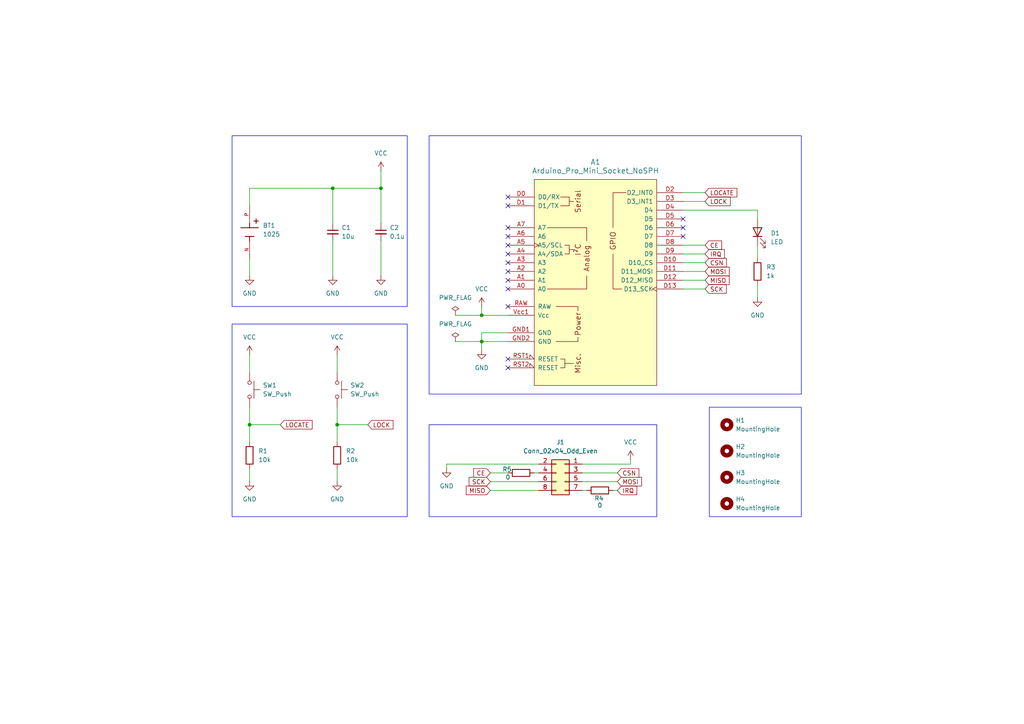
<source format=kicad_sch>
(kicad_sch (version 20250114) (generator "eeschema") (generator_version "9.0")
  (paper "A4")
  (title_block (title "Smart Key System - Key Fob") (date "2025-04-02"))
  (lib_symbols
    (symbol "1025:1025" (pin_names (offset 1.016))
      (property "Reference" "BT" (at -3.81 3.81 0))
      (property "Value" "1025" (at -3.81 -5.08 0))
      (symbol "1025_0_0"
        (polyline (pts (xy -3.81 1.905) (xy -2.54 1.905)) (stroke (width 0.254)))
        (polyline (pts (xy -3.175 2.54) (xy -3.175 1.27)) (stroke (width 0.254)))
        (polyline (pts (xy -1.27 2.54) (xy -1.27 0)) (stroke (width 0.254)))
        (polyline (pts (xy -1.27 0) (xy -2.54 0)) (stroke (width 0.254)))
        (polyline (pts (xy -1.27 0) (xy -1.27 -2.54)) (stroke (width 0.254)))
        (polyline (pts (xy 1.27 1.27) (xy 1.27 0)) (stroke (width 0.254)))
        (polyline (pts (xy 1.27 0) (xy 1.27 -1.27)) (stroke (width 0.254)))
        (polyline (pts (xy 1.27 0) (xy 2.54 0)) (stroke (width 0.254)))
        (pin passive line (at -7.62 0 0) (length 5.08) (name "~") (number "P"))
        (pin passive line (at 7.62 0 180) (length 5.08) (name "~") (number "N"))
      )
    )
    (symbol "Connector_Generic:Conn_02x04_Odd_Even" (pin_names (offset 1.016) (hide yes))
      (property "Reference" "J" (at 1.27 5.08 0))
      (property "Value" "Conn_02x04_Odd_Even" (at 1.27 -7.62 0))
      (symbol "Conn_02x04_Odd_Even_1_1"
        (rectangle (start -1.27 3.81) (end 3.81 -6.35) (stroke (width 0.254)) (fill (type background)))
        (rectangle (start -1.27 2.667) (end 0 2.413) (stroke (width 0.1524)))
        (rectangle (start -1.27 0.127) (end 0 -0.127) (stroke (width 0.1524)))
        (rectangle (start -1.27 -2.413) (end 0 -2.667) (stroke (width 0.1524)))
        (rectangle (start -1.27 -4.953) (end 0 -5.207) (stroke (width 0.1524)))
        (rectangle (start 3.81 2.667) (end 2.54 2.413) (stroke (width 0.1524)))
        (rectangle (start 3.81 0.127) (end 2.54 -0.127) (stroke (width 0.1524)))
        (rectangle (start 3.81 -2.413) (end 2.54 -2.667) (stroke (width 0.1524)))
        (rectangle (start 3.81 -4.953) (end 2.54 -5.207) (stroke (width 0.1524)))
        (pin passive line (at -5.08 2.54 0) (length 3.81) (name "Pin_1") (number "1"))
        (pin passive line (at -5.08 0 0) (length 3.81) (name "Pin_3") (number "3"))
        (pin passive line (at -5.08 -2.54 0) (length 3.81) (name "Pin_5") (number "5"))
        (pin passive line (at -5.08 -5.08 0) (length 3.81) (name "Pin_7") (number "7"))
        (pin passive line (at 7.62 2.54 180) (length 3.81) (name "Pin_2") (number "2"))
        (pin passive line (at 7.62 0 180) (length 3.81) (name "Pin_4") (number "4"))
        (pin passive line (at 7.62 -2.54 180) (length 3.81) (name "Pin_6") (number "6"))
        (pin passive line (at 7.62 -5.08 180) (length 3.81) (name "Pin_8") (number "8"))
      )
    )
    (symbol "Device:C_Small" (pin_numbers (hide yes)) (pin_names (offset 0.254) (hide yes))
      (property "Reference" "C" (at 0.254 1.778 0))
      (property "Value" "C_Small" (at 0.254 -2.032 0))
      (symbol "C_Small_0_1"
        (polyline (pts (xy -1.524 0.508) (xy 1.524 0.508)) (stroke (width 0.3048)))
        (polyline (pts (xy -1.524 -0.508) (xy 1.524 -0.508)) (stroke (width 0.3302)))
      )
      (symbol "C_Small_1_1"
        (pin passive line (at 0 2.54 270) (length 2.032) (name "~") (number "1"))
        (pin passive line (at 0 -2.54 90) (length 2.032) (name "~") (number "2"))
      )
    )
    (symbol "Device:LED" (pin_numbers (hide yes)) (pin_names (offset 1.016) (hide yes))
      (property "Reference" "D" (at 0 2.54 0))
      (property "Value" "LED" (at 0 -2.54 0))
      (symbol "LED_0_1"
        (polyline (pts (xy -3.048 -0.762) (xy -4.572 -2.286) (xy -3.81 -2.286) (xy -4.572 -2.286) (xy -4.572 -1.524)))
        (polyline (pts (xy -1.778 -0.762) (xy -3.302 -2.286) (xy -2.54 -2.286) (xy -3.302 -2.286) (xy -3.302 -1.524)))
        (polyline (pts (xy -1.27 0) (xy 1.27 0)))
        (polyline (pts (xy -1.27 -1.27) (xy -1.27 1.27)) (stroke (width 0.254)))
        (polyline (pts (xy 1.27 -1.27) (xy 1.27 1.27) (xy -1.27 0) (xy 1.27 -1.27)) (stroke (width 0.254)))
      )
      (symbol "LED_1_1"
        (pin passive line (at -3.81 0 0) (length 2.54) (name "K") (number "1"))
        (pin passive line (at 3.81 0 180) (length 2.54) (name "A") (number "2"))
      )
    )
    (symbol "Device:R" (pin_numbers (hide yes)) (pin_names (offset 0))
      (property "Reference" "R" (at 2.032 0 90))
      (property "Value" "R" (at 0 0 90))
      (symbol "R_0_1"
        (rectangle (start -1.016 -2.54) (end 1.016 2.54) (stroke (width 0.254)))
      )
      (symbol "R_1_1"
        (pin passive line (at 0 3.81 270) (length 1.27) (name "~") (number "1"))
        (pin passive line (at 0 -3.81 90) (length 1.27) (name "~") (number "2"))
      )
    )
    (symbol "Mechanical:MountingHole" (pin_names (offset 1.016)) (in_bom no)
      (property "Reference" "H" (at 0 5.08 0))
      (property "Value" "MountingHole" (at 0 3.175 0))
      (symbol "MountingHole_0_1"
        (circle (center 0 0) (radius 1.27) (stroke (width 1.27)))
      )
    )
    (symbol "PCM_arduino-library:Arduino_Pro_Mini_Socket_NoSPH" (pin_names (offset 1.016))
      (property "Reference" "A" (at 0 36.83 0))
      (property "Value" "Arduino_Pro_Mini_Socket_NoSPH" (at 0 33.02 0))
      (symbol "Arduino_Pro_Mini_Socket_NoSPH_0_0"
        (rectangle (start -17.78 30.48) (end 17.78 -29.21) (fill (type background)))
        (polyline (pts (xy -11.43 -16.51) (xy -5.08 -16.51) (xy -5.08 -15.24)))
        (polyline (pts (xy -10.16 25.4) (xy -7.62 25.4) (xy -7.62 22.86) (xy -10.16 22.86)))
        (polyline (pts (xy -8.89 11.43) (xy -7.62 11.43) (xy -7.62 8.89) (xy -8.89 8.89)))
        (polyline (pts (xy -7.62 24.13) (xy -6.35 24.13)))
        (polyline (pts (xy -7.62 10.16) (xy -6.35 10.16)))
        (polyline (pts (xy -6.35 -22.86) (xy -8.89 -22.86)))
        (polyline (pts (xy -5.08 -7.62) (xy -5.08 -6.35) (xy -11.43 -6.35)))
        (polyline (pts (xy -2.54 12.7) (xy -2.54 16.51) (xy -13.97 16.51)))
        (polyline (pts (xy -2.54 2.54) (xy -2.54 -1.27) (xy -13.97 -1.27)))
        (text "Serial" (at -5.08 24.13 900) (effects (font (size 1.524 1.524))))
        (text "I²C" (at -5.08 10.16 900) (effects (font (size 1.524 1.524))))
        (text "Power" (at -5.08 -11.43 900) (effects (font (size 1.524 1.524))))
        (text "Misc." (at -5.08 -22.86 900) (effects (font (size 1.524 1.524))))
        (text "Analog" (at -2.54 7.62 900) (effects (font (size 1.524 1.524))))
      )
      (symbol "Arduino_Pro_Mini_Socket_NoSPH_0_1"
        (polyline (pts (xy -10.16 -24.13) (xy -8.89 -24.13) (xy -8.89 -21.59) (xy -10.16 -21.59)))
        (polyline (pts (xy 7.62 -1.27) (xy 5.08 -1.27) (xy 5.08 8.89)))
        (polyline (pts (xy 8.89 26.67) (xy 5.08 26.67) (xy 5.08 16.51)))
      )
      (symbol "Arduino_Pro_Mini_Socket_NoSPH_1_0"
        (text "GPIO" (at 5.08 12.7 900) (effects (font (size 1.524 1.524))))
      )
      (symbol "Arduino_Pro_Mini_Socket_NoSPH_1_1"
        (pin bidirectional line (at -25.4 25.4 0) (length 7.62) (name "D0/RX") (number "D0"))
        (pin bidirectional line (at -25.4 22.86 0) (length 7.62) (name "D1/TX") (number "D1"))
        (pin input line (at -25.4 16.51 0) (length 7.62) (name "A7") (number "A7"))
        (pin input line (at -25.4 13.97 0) (length 7.62) (name "A6") (number "A6"))
        (pin bidirectional clock (at -25.4 11.43 0) (length 7.62) (name "A5/SCL") (number "A5"))
        (pin bidirectional line (at -25.4 8.89 0) (length 7.62) (name "A4/SDA") (number "A4"))
        (pin bidirectional line (at -25.4 6.35 0) (length 7.62) (name "A3") (number "A3"))
        (pin bidirectional line (at -25.4 3.81 0) (length 7.62) (name "A2") (number "A2"))
        (pin bidirectional line (at -25.4 1.27 0) (length 7.62) (name "A1") (number "A1"))
        (pin bidirectional line (at -25.4 -1.27 0) (length 7.62) (name "A0") (number "A0"))
        (pin power_in line (at -25.4 -6.35 0) (length 7.62) (name "RAW") (number "RAW"))
        (pin power_in line (at -25.4 -8.89 0) (length 7.62) (name "Vcc") (number "Vcc1"))
        (pin power_in line (at -25.4 -13.97 0) (length 7.62) (name "GND") (number "GND1"))
        (pin power_in line (at -25.4 -16.51 0) (length 7.62) (name "GND") (number "GND2"))
        (pin open_collector input_low (at -25.4 -21.59 0) (length 7.62) (name "RESET") (number "RST1"))
        (pin open_collector input_low (at -25.4 -24.13 0) (length 7.62) (name "RESET") (number "RST2"))
        (pin bidirectional line (at 25.4 26.67 180) (length 7.62) (name "D2_INT0") (number "D2"))
        (pin bidirectional line (at 25.4 24.13 180) (length 7.62) (name "D3_INT1") (number "D3"))
        (pin bidirectional line (at 25.4 21.59 180) (length 7.62) (name "D4") (number "D4"))
        (pin bidirectional line (at 25.4 19.05 180) (length 7.62) (name "D5") (number "D5"))
        (pin bidirectional line (at 25.4 16.51 180) (length 7.62) (name "D6") (number "D6"))
        (pin bidirectional line (at 25.4 13.97 180) (length 7.62) (name "D7") (number "D7"))
        (pin bidirectional line (at 25.4 11.43 180) (length 7.62) (name "D8") (number "D8"))
        (pin bidirectional line (at 25.4 8.89 180) (length 7.62) (name "D9") (number "D9"))
        (pin bidirectional line (at 25.4 6.35 180) (length 7.62) (name "D10_CS") (number "D10"))
        (pin bidirectional line (at 25.4 3.81 180) (length 7.62) (name "D11_MOSI") (number "D11"))
        (pin bidirectional line (at 25.4 1.27 180) (length 7.62) (name "D12_MISO") (number "D12"))
        (pin bidirectional clock (at 25.4 -1.27 180) (length 7.62) (name "D13_SCK") (number "D13"))
      )
    )
    (symbol "Switch:SW_Push" (pin_numbers (hide yes)) (pin_names (offset 1.016) (hide yes))
      (property "Reference" "SW" (at 1.27 2.54 0))
      (property "Value" "SW_Push" (at 0 -1.524 0))
      (symbol "SW_Push_0_1"
        (circle (center -2.032 0) (radius 0.508))
        (polyline (pts (xy 0 1.27) (xy 0 3.048)))
        (circle (center 2.032 0) (radius 0.508))
        (polyline (pts (xy 2.54 1.27) (xy -2.54 1.27)))
        (pin passive line (at -5.08 0 0) (length 2.54) (name "1") (number "1"))
        (pin passive line (at 5.08 0 180) (length 2.54) (name "2") (number "2"))
      )
    )
    (symbol "power:GND" (power) (pin_numbers (hide yes)) (pin_names (offset 0) (hide yes))
      (property "Value" "GND" (at 0 -3.81 0))
      (symbol "GND_0_1"
        (polyline (pts (xy 0 0) (xy 0 -1.27) (xy 1.27 -1.27) (xy 0 -2.54) (xy -1.27 -1.27) (xy 0 -1.27)))
      )
      (symbol "GND_1_1"
        (pin power_in line (at 0 0 270) (length 0) (name "~") (number "1"))
      )
    )
    (symbol "power:PWR_FLAG" (power) (pin_numbers (hide yes)) (pin_names (offset 0) (hide yes))
      (property "Value" "PWR_FLAG" (at 0 3.81 0))
      (symbol "PWR_FLAG_0_0"
        (pin power_out line (at 0 0 90) (length 0) (name "~") (number "1"))
      )
      (symbol "PWR_FLAG_0_1"
        (polyline (pts (xy 0 0) (xy 0 1.27) (xy -1.016 1.905) (xy 0 2.54) (xy 1.016 1.905) (xy 0 1.27)))
      )
    )
    (symbol "power:VCC" (power) (pin_numbers (hide yes)) (pin_names (offset 0) (hide yes))
      (property "Value" "VCC" (at 0 3.556 0))
      (symbol "VCC_0_1"
        (polyline (pts (xy -0.762 1.27) (xy 0 2.54)))
        (polyline (pts (xy 0 2.54) (xy 0.762 1.27)))
        (polyline (pts (xy 0 0) (xy 0 2.54)))
      )
      (symbol "VCC_1_1"
        (pin power_in line (at 0 0 90) (length 0) (name "~") (number "1"))
      )
    )
  )
  (rectangle (start 67.31 93.98) (end 118.11 149.86))
  (rectangle (start 67.31 39.37) (end 118.11 88.9))
  (rectangle (start 205.74 118.11) (end 232.41 149.86))
  (rectangle (start 124.46 39.37) (end 232.41 114.3))
  (rectangle (start 124.46 123.19) (end 190.5 149.86))
  (junction (at 139.7 91.44))
  (junction (at 97.79 123.19))
  (junction (at 96.52 54.61))
  (junction (at 72.39 123.19))
  (junction (at 110.49 54.61))
  (junction (at 139.7 99.06))
  (no_connect (at 147.32 59.69))
  (no_connect (at 147.32 66.04))
  (no_connect (at 198.12 66.04))
  (no_connect (at 147.32 81.28))
  (no_connect (at 147.32 73.66))
  (no_connect (at 147.32 83.82))
  (no_connect (at 147.32 71.12))
  (no_connect (at 147.32 57.15))
  (no_connect (at 198.12 63.5))
  (no_connect (at 147.32 104.14))
  (no_connect (at 147.32 76.2))
  (no_connect (at 198.12 68.58))
  (no_connect (at 147.32 78.74))
  (no_connect (at 147.32 88.9))
  (no_connect (at 147.32 106.68))
  (no_connect (at 147.32 68.58))
  (wire (pts (xy 97.79 123.19) (xy 97.79 128.27)))
  (wire (pts (xy 142.24 137.16) (xy 147.32 137.16)))
  (wire (pts (xy 97.79 123.19) (xy 106.68 123.19)))
  (wire (pts (xy 168.91 137.16) (xy 179.07 137.16)))
  (wire (pts (xy 154.94 137.16) (xy 156.21 137.16)))
  (wire (pts (xy 132.08 99.06) (xy 139.7 99.06)))
  (wire (pts (xy 219.71 82.55) (xy 219.71 86.36)))
  (wire (pts (xy 198.12 71.12) (xy 204.47 71.12)))
  (wire (pts (xy 97.79 135.89) (xy 97.79 139.7)))
  (wire (pts (xy 198.12 78.74) (xy 204.47 78.74)))
  (wire (pts (xy 72.39 74.93) (xy 72.39 80.01)))
  (wire (pts (xy 139.7 99.06) (xy 139.7 96.52)))
  (wire (pts (xy 198.12 55.88) (xy 204.47 55.88)))
  (wire (pts (xy 72.39 54.61) (xy 96.52 54.61)))
  (wire (pts (xy 168.91 139.7) (xy 179.07 139.7)))
  (wire (pts (xy 132.08 91.44) (xy 139.7 91.44)))
  (wire (pts (xy 139.7 99.06) (xy 147.32 99.06)))
  (wire (pts (xy 110.49 69.85) (xy 110.49 80.01)))
  (wire (pts (xy 142.24 142.24) (xy 156.21 142.24)))
  (wire (pts (xy 142.24 139.7) (xy 156.21 139.7)))
  (wire (pts (xy 96.52 54.61) (xy 110.49 54.61)))
  (wire (pts (xy 139.7 101.6) (xy 139.7 99.06)))
  (wire (pts (xy 72.39 102.87) (xy 72.39 107.95)))
  (wire (pts (xy 156.21 134.62) (xy 129.54 134.62)))
  (wire (pts (xy 72.39 135.89) (xy 72.39 139.7)))
  (wire (pts (xy 177.8 142.24) (xy 179.07 142.24)))
  (wire (pts (xy 96.52 69.85) (xy 96.52 80.01)))
  (wire (pts (xy 97.79 102.87) (xy 97.79 107.95)))
  (wire (pts (xy 129.54 134.62) (xy 129.54 135.89)))
  (wire (pts (xy 139.7 91.44) (xy 147.32 91.44)))
  (wire (pts (xy 72.39 123.19) (xy 81.28 123.19)))
  (wire (pts (xy 139.7 96.52) (xy 147.32 96.52)))
  (wire (pts (xy 198.12 81.28) (xy 204.47 81.28)))
  (wire (pts (xy 198.12 60.96) (xy 219.71 60.96)))
  (wire (pts (xy 168.91 142.24) (xy 170.18 142.24)))
  (wire (pts (xy 219.71 71.12) (xy 219.71 74.93)))
  (wire (pts (xy 198.12 76.2) (xy 204.47 76.2)))
  (wire (pts (xy 72.39 59.69) (xy 72.39 54.61)))
  (wire (pts (xy 198.12 83.82) (xy 204.47 83.82)))
  (wire (pts (xy 110.49 64.77) (xy 110.49 54.61)))
  (wire (pts (xy 198.12 73.66) (xy 204.47 73.66)))
  (wire (pts (xy 96.52 54.61) (xy 96.52 64.77)))
  (wire (pts (xy 182.88 134.62) (xy 182.88 133.35)))
  (wire (pts (xy 219.71 60.96) (xy 219.71 63.5)))
  (wire (pts (xy 97.79 118.11) (xy 97.79 123.19)))
  (wire (pts (xy 72.39 118.11) (xy 72.39 123.19)))
  (wire (pts (xy 139.7 88.9) (xy 139.7 91.44)))
  (wire (pts (xy 198.12 58.42) (xy 204.47 58.42)))
  (wire (pts (xy 110.49 49.53) (xy 110.49 54.61)))
  (wire (pts (xy 168.91 134.62) (xy 182.88 134.62)))
  (wire (pts (xy 72.39 123.19) (xy 72.39 128.27)))
  (global_label "IRQ" (shape input) (at 179.07 142.24 0) (property "Intersheetrefs" "${INTERSHEET_REFS}" (effects (hide yes))))
  (global_label "MOSI" (shape input) (at 179.07 139.7 0) (property "Intersheetrefs" "${INTERSHEET_REFS}" (effects (hide yes))))
  (global_label "IRQ" (shape input) (at 204.47 73.66 0) (property "Intersheetrefs" "${INTERSHEET_REFS}" (effects (hide yes))))
  (global_label "CE" (shape input) (at 142.24 137.16 180) (property "Intersheetrefs" "${INTERSHEET_REFS}" (effects (hide yes))))
  (global_label "LOCK" (shape input) (at 204.47 58.42 0) (property "Intersheetrefs" "${INTERSHEET_REFS}" (effects (hide yes))))
  (global_label "MOSI" (shape input) (at 204.47 78.74 0) (property "Intersheetrefs" "${INTERSHEET_REFS}" (effects (hide yes))))
  (global_label "LOCATE" (shape input) (at 81.28 123.19 0) (property "Intersheetrefs" "${INTERSHEET_REFS}" (effects (hide yes))))
  (global_label "LOCK" (shape input) (at 106.68 123.19 0) (property "Intersheetrefs" "${INTERSHEET_REFS}" (effects (hide yes))))
  (global_label "LOCATE" (shape input) (at 204.47 55.88 0) (property "Intersheetrefs" "${INTERSHEET_REFS}" (effects (hide yes))))
  (global_label "CE" (shape input) (at 204.47 71.12 0) (property "Intersheetrefs" "${INTERSHEET_REFS}" (effects (hide yes))))
  (global_label "CSN" (shape input) (at 179.07 137.16 0) (property "Intersheetrefs" "${INTERSHEET_REFS}" (effects (hide yes))))
  (global_label "SCK" (shape input) (at 204.47 83.82 0) (property "Intersheetrefs" "${INTERSHEET_REFS}" (effects (hide yes))))
  (global_label "MISO" (shape input) (at 204.47 81.28 0) (property "Intersheetrefs" "${INTERSHEET_REFS}" (effects (hide yes))))
  (global_label "SCK" (shape input) (at 142.24 139.7 180) (property "Intersheetrefs" "${INTERSHEET_REFS}" (effects (hide yes))))
  (global_label "CSN" (shape input) (at 204.47 76.2 0) (property "Intersheetrefs" "${INTERSHEET_REFS}" (effects (hide yes))))
  (global_label "MISO" (shape input) (at 142.24 142.24 180) (property "Intersheetrefs" "${INTERSHEET_REFS}" (effects (hide yes))))
  (symbol (lib_id "power:VCC") (at 182.88 133.35 0) (unit 1)
    (property "Reference" "#PWR09" (effects (hide yes)))
    (property "Value" "VCC" (at 182.88 128.27 0))
    (property "Description" "Power symbol creates a global label with name \"VCC\"" (effects (hide yes)))
  )
  (symbol (lib_id "power:GND") (at 219.71 86.36 0) (unit 1)
    (property "Reference" "#PWR07" (effects (hide yes)))
    (property "Value" "GND" (at 219.71 91.44 0))
    (property "Description" "Power symbol creates a global label with name \"GND\" , ground" (effects (hide yes)))
  )
  (symbol (lib_id "Switch:SW_Push") (at 97.79 113.03 270) (unit 1)
    (property "Reference" "SW2" (at 101.6 111.7599 90) (effects (justify left)))
    (property "Value" "SW_Push" (at 101.6 114.2999 90) (effects (justify left)))
    (property "Footprint" "Button_Switch_THT:SW_PUSH_6mm" (effects (hide yes)))
    (property "Description" "Push button switch, generic, two pins" (effects (hide yes)))
  )
  (symbol (lib_id "Device:R") (at 151.13 137.16 90) (unit 1)
    (property "Reference" "R5" (at 147.066 136.144 90))
    (property "Value" "0" (at 147.32 138.43 90))
    (property "Footprint" "Resistor_THT:R_Axial_DIN0207_L6.3mm_D2.5mm_P10.16mm_Horizontal" (effects (hide yes)))
    (property "Description" "Resistor" (effects (hide yes)))
  )
  (symbol (lib_id "power:PWR_FLAG") (at 132.08 99.06 0) (unit 1)
    (property "Reference" "#FLG03" (effects (hide yes)))
    (property "Value" "PWR_FLAG" (at 132.08 93.98 0))
    (property "Description" "Special symbol for telling ERC where power comes from" (effects (hide yes)))
  )
  (symbol (lib_id "Device:R") (at 173.99 142.24 90) (unit 1)
    (property "Reference" "R4" (at 173.736 144.526 90))
    (property "Value" "0" (at 173.99 146.558 90))
    (property "Footprint" "Resistor_THT:R_Axial_DIN0207_L6.3mm_D2.5mm_P10.16mm_Horizontal" (effects (hide yes)))
    (property "Description" "Resistor" (effects (hide yes)))
  )
  (symbol (lib_id "power:VCC") (at 72.39 102.87 0) (unit 1)
    (property "Reference" "#PWR011" (effects (hide yes)))
    (property "Value" "VCC" (at 72.39 97.79 0))
    (property "Description" "Power symbol creates a global label with name \"VCC\"" (effects (hide yes)))
  )
  (symbol (lib_id "Device:LED") (at 219.71 67.31 90) (unit 1)
    (property "Reference" "D1" (at 223.52 67.6274 90) (effects (justify right)))
    (property "Value" "LED" (at 223.52 70.1674 90) (effects (justify right)))
    (property "Footprint" "LED_THT:LED_D3.0mm" (effects (hide yes)))
    (property "Description" "Light emitting diode" (effects (hide yes)))
    (property "Sim.Pins" "1=K 2=A" (effects (hide yes)))
  )
  (symbol (lib_id "power:GND") (at 72.39 80.01 0) (unit 1)
    (property "Reference" "#PWR01" (effects (hide yes)))
    (property "Value" "GND" (at 72.39 85.09 0))
    (property "Description" "Power symbol creates a global label with name \"GND\" , ground" (effects (hide yes)))
  )
  (symbol (lib_id "power:GND") (at 72.39 139.7 0) (unit 1)
    (property "Reference" "#PWR014" (effects (hide yes)))
    (property "Value" "GND" (at 72.39 144.78 0))
    (property "Description" "Power symbol creates a global label with name \"GND\" , ground" (effects (hide yes)))
  )
  (symbol (lib_id "Device:R") (at 219.71 78.74 0) (unit 1)
    (property "Reference" "R3" (at 222.25 77.4699 0) (effects (justify left)))
    (property "Value" "1k" (at 222.25 80.0099 0) (effects (justify left)))
    (property "Footprint" "Resistor_THT:R_Axial_DIN0207_L6.3mm_D2.5mm_P10.16mm_Horizontal" (effects (hide yes)))
    (property "Description" "Resistor" (effects (hide yes)))
  )
  (symbol (lib_id "Connector_Generic:Conn_02x04_Odd_Even") (at 163.83 137.16 0) (mirror y) (unit 1)
    (property "Reference" "J1" (at 162.56 128.27 0))
    (property "Value" "Conn_02x04_Odd_Even" (at 162.56 130.81 0))
    (property "Footprint" "Connector_PinSocket_2.54mm:PinSocket_2x04_P2.54mm_Vertical" (effects (hide yes)))
    (property "Description" "Generic connector, double row, 02x04, odd/even pin numbering scheme (row 1 odd numbers, row 2 even numbers), script generated (kicad-library-utils/schlib/autogen/connector/)" (effects (hide yes)))
  )
  (symbol (lib_id "Device:R") (at 97.79 132.08 0) (unit 1)
    (property "Reference" "R2" (at 100.33 130.8099 0) (effects (justify left)))
    (property "Value" "10k" (at 100.33 133.3499 0) (effects (justify left)))
    (property "Footprint" "Resistor_THT:R_Axial_DIN0207_L6.3mm_D2.5mm_P10.16mm_Horizontal" (effects (hide yes)))
    (property "Description" "Resistor" (effects (hide yes)))
  )
  (symbol (lib_id "Mechanical:MountingHole") (at 210.82 130.81 0) (unit 1) (in_bom no)
    (property "Reference" "H2" (at 213.36 129.5399 0) (effects (justify left)))
    (property "Value" "MountingHole" (at 213.36 132.0799 0) (effects (justify left)))
    (property "Footprint" "MountingHole:MountingHole_3.2mm_M3" (effects (hide yes)))
    (property "Description" "Mounting Hole without connection" (effects (hide yes)))
  )
  (symbol (lib_id "power:GND") (at 139.7 101.6 0) (unit 1)
    (property "Reference" "#PWR06" (effects (hide yes)))
    (property "Value" "GND" (at 139.7 106.68 0))
    (property "Description" "Power symbol creates a global label with name \"GND\" , ground" (effects (hide yes)))
  )
  (symbol (lib_id "Mechanical:MountingHole") (at 210.82 146.05 0) (unit 1) (in_bom no)
    (property "Reference" "H4" (at 213.36 144.7799 0) (effects (justify left)))
    (property "Value" "MountingHole" (at 213.36 147.3199 0) (effects (justify left)))
    (property "Footprint" "MountingHole:MountingHole_3.2mm_M3" (effects (hide yes)))
    (property "Description" "Mounting Hole without connection" (effects (hide yes)))
  )
  (symbol (lib_id "PCM_arduino-library:Arduino_Pro_Mini_Socket_NoSPH") (at 172.72 82.55 0) (unit 1)
    (property "Reference" "A1" (at 172.72 46.99 0) (effects (font (size 1.524 1.524))))
    (property "Value" "Arduino_Pro_Mini_Socket_NoSPH" (at 172.72 49.53 0) (effects (font (size 1.524 1.524))))
    (property "Footprint" "PCM_arduino-library:Arduino_Pro_Mini_Socket_NoSPH" (effects (hide yes)))
    (property "Datasheet" "https://docs.arduino.cc/retired/boards/arduino-pro-mini" (effects (hide yes)))
    (property "Description" "Socket for Arduino Pro Mini (without Programming Header Pins)" (effects (hide yes)))
  )
  (symbol (lib_id "power:GND") (at 96.52 80.01 0) (unit 1)
    (property "Reference" "#PWR02" (effects (hide yes)))
    (property "Value" "GND" (at 96.52 85.09 0))
    (property "Description" "Power symbol creates a global label with name \"GND\" , ground" (effects (hide yes)))
  )
  (symbol (lib_id "power:GND") (at 129.54 135.89 0) (unit 1)
    (property "Reference" "#PWR08" (effects (hide yes)))
    (property "Value" "GND" (at 129.54 140.97 0))
    (property "Description" "Power symbol creates a global label with name \"GND\" , ground" (effects (hide yes)))
  )
  (symbol (lib_id "Device:C_Small") (at 110.49 67.31 0) (unit 1)
    (property "Reference" "C2" (at 113.03 66.0462 0) (effects (justify left)))
    (property "Value" "0.1u" (at 113.03 68.5862 0) (effects (justify left)))
    (property "Footprint" "Capacitor_THT:CP_Radial_D4.0mm_P2.00mm" (effects (hide yes)))
    (property "Description" "Unpolarized capacitor, small symbol" (effects (hide yes)))
  )
  (symbol (lib_id "Mechanical:MountingHole") (at 210.82 138.43 0) (unit 1) (in_bom no)
    (property "Reference" "H3" (at 213.36 137.1599 0) (effects (justify left)))
    (property "Value" "MountingHole" (at 213.36 139.6999 0) (effects (justify left)))
    (property "Footprint" "MountingHole:MountingHole_3.2mm_M3" (effects (hide yes)))
    (property "Description" "Mounting Hole without connection" (effects (hide yes)))
  )
  (symbol (lib_id "power:VCC") (at 110.49 49.53 0) (unit 1)
    (property "Reference" "#PWR04" (effects (hide yes)))
    (property "Value" "VCC" (at 110.49 44.45 0))
    (property "Description" "Power symbol creates a global label with name \"VCC\"" (effects (hide yes)))
  )
  (symbol (lib_id "1025:1025") (at 72.39 67.31 270) (unit 1)
    (property "Reference" "BT1" (at 76.2 65.4049 90) (effects (justify left)))
    (property "Value" "1025" (at 76.2 67.9449 90) (effects (justify left)))
    (property "Footprint" "Footprint:BAT_1025" (effects (hide yes)))
    (property "PARTREV" "H" (effects (hide yes)))
    (property "MANUFACTURER" "Keystone" (effects (hide yes)))
    (property "SNAPEDA_PN" "107" (effects (hide yes)))
    (property "MAXIMUM_PACKAGE_HEIGHT" "8.75mm" (effects (hide yes)))
    (property "STANDARD" "Manufacturer Recommendations" (effects (hide yes)))
  )
  (symbol (lib_id "power:VCC") (at 97.79 102.87 0) (unit 1)
    (property "Reference" "#PWR012" (effects (hide yes)))
    (property "Value" "VCC" (at 97.79 97.79 0))
    (property "Description" "Power symbol creates a global label with name \"VCC\"" (effects (hide yes)))
  )
  (symbol (lib_id "power:PWR_FLAG") (at 132.08 91.44 0) (unit 1)
    (property "Reference" "#FLG02" (effects (hide yes)))
    (property "Value" "PWR_FLAG" (at 132.08 86.36 0))
    (property "Description" "Special symbol for telling ERC where power comes from" (effects (hide yes)))
  )
  (symbol (lib_id "Device:R") (at 72.39 132.08 0) (unit 1)
    (property "Reference" "R1" (at 74.93 130.8099 0) (effects (justify left)))
    (property "Value" "10k" (at 74.93 133.3499 0) (effects (justify left)))
    (property "Footprint" "Resistor_THT:R_Axial_DIN0207_L6.3mm_D2.5mm_P10.16mm_Horizontal" (effects (hide yes)))
    (property "Description" "Resistor" (effects (hide yes)))
  )
  (symbol (lib_id "power:GND") (at 97.79 139.7 0) (unit 1)
    (property "Reference" "#PWR015" (effects (hide yes)))
    (property "Value" "GND" (at 97.79 144.78 0))
    (property "Description" "Power symbol creates a global label with name \"GND\" , ground" (effects (hide yes)))
  )
  (symbol (lib_id "power:GND") (at 110.49 80.01 0) (unit 1)
    (property "Reference" "#PWR03" (effects (hide yes)))
    (property "Value" "GND" (at 110.49 85.09 0))
    (property "Description" "Power symbol creates a global label with name \"GND\" , ground" (effects (hide yes)))
  )
  (symbol (lib_id "Mechanical:MountingHole") (at 210.82 123.19 0) (unit 1) (in_bom no)
    (property "Reference" "H1" (at 213.36 121.9199 0) (effects (justify left)))
    (property "Value" "MountingHole" (at 213.36 124.4599 0) (effects (justify left)))
    (property "Footprint" "MountingHole:MountingHole_3.2mm_M3" (effects (hide yes)))
    (property "Description" "Mounting Hole without connection" (effects (hide yes)))
  )
  (symbol (lib_id "power:VCC") (at 139.7 88.9 0) (unit 1)
    (property "Reference" "#PWR05" (effects (hide yes)))
    (property "Value" "VCC" (at 139.7 83.82 0))
    (property "Description" "Power symbol creates a global label with name \"VCC\"" (effects (hide yes)))
  )
  (symbol (lib_id "Device:C_Small") (at 96.52 67.31 0) (unit 1)
    (property "Reference" "C1" (at 99.06 66.0462 0) (effects (justify left)))
    (property "Value" "10u" (at 99.06 68.5862 0) (effects (justify left)))
    (property "Footprint" "Capacitor_THT:CP_Radial_D4.0mm_P2.00mm" (effects (hide yes)))
    (property "Description" "Unpolarized capacitor, small symbol" (effects (hide yes)))
  )
  (symbol (lib_id "Switch:SW_Push") (at 72.39 113.03 270) (unit 1)
    (property "Reference" "SW1" (at 76.2 111.7599 90) (effects (justify left)))
    (property "Value" "SW_Push" (at 76.2 114.2999 90) (effects (justify left)))
    (property "Footprint" "Button_Switch_THT:SW_PUSH_6mm" (effects (hide yes)))
    (property "Description" "Push button switch, generic, two pins" (effects (hide yes)))
  )
)
</source>
